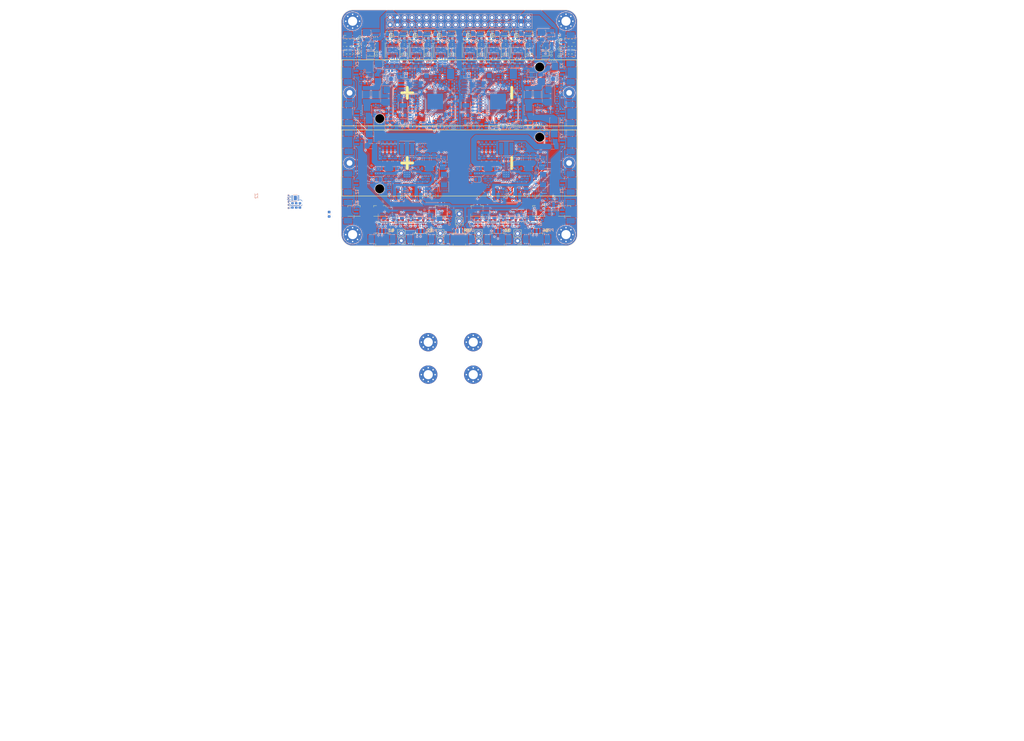
<source format=kicad_pcb>
(kicad_pcb (version 20210824) (generator pcbnew)

  (general
    (thickness 1)
  )

  (paper "A4")
  (title_block
    (title "BUTCube - EPS")
    (date "2021-08-20")
    (rev "v1.0")
    (company "VUT - FIT(STRaDe) & FME(IAE & IPE)")
    (comment 1 "Author: Petr Malaník")
  )

  (layers
    (0 "F.Cu" signal)
    (1 "In1.Cu" power)
    (2 "In2.Cu" mixed)
    (31 "B.Cu" signal)
    (32 "B.Adhes" user "B.Adhesive")
    (33 "F.Adhes" user "F.Adhesive")
    (34 "B.Paste" user)
    (35 "F.Paste" user)
    (36 "B.SilkS" user "B.Silkscreen")
    (37 "F.SilkS" user "F.Silkscreen")
    (38 "B.Mask" user)
    (39 "F.Mask" user)
    (40 "Dwgs.User" user "User.Drawings")
    (41 "Cmts.User" user "User.Comments")
    (42 "Eco1.User" user "User.Eco1")
    (43 "Eco2.User" user "User.Eco2")
    (44 "Edge.Cuts" user)
    (45 "Margin" user)
    (46 "B.CrtYd" user "B.Courtyard")
    (47 "F.CrtYd" user "F.Courtyard")
    (48 "B.Fab" user)
    (49 "F.Fab" user)
    (50 "User.1" user)
    (51 "User.2" user)
    (52 "User.3" user)
    (53 "User.4" user)
    (54 "User.5" user)
    (55 "User.6" user)
    (56 "User.7" user)
    (57 "User.8" user)
    (58 "User.9" user)
  )

  (setup
    (stackup
      (layer "F.SilkS" (type "Top Silk Screen"))
      (layer "F.Paste" (type "Top Solder Paste"))
      (layer "F.Mask" (type "Top Solder Mask") (color "Green") (thickness 0.01))
      (layer "F.Cu" (type "copper") (thickness 0.035))
      (layer "dielectric 1" (type "core") (thickness 0.28) (material "FR4") (epsilon_r 4.5) (loss_tangent 0.02))
      (layer "In1.Cu" (type "copper") (thickness 0.035))
      (layer "dielectric 2" (type "prepreg") (thickness 0.28) (material "FR4") (epsilon_r 4.5) (loss_tangent 0.02))
      (layer "In2.Cu" (type "copper") (thickness 0.035))
      (layer "dielectric 3" (type "core") (thickness 0.28) (material "FR4") (epsilon_r 4.5) (loss_tangent 0.02))
      (layer "B.Cu" (type "copper") (thickness 0.035))
      (layer "B.Mask" (type "Bottom Solder Mask") (color "Green") (thickness 0.01))
      (layer "B.Paste" (type "Bottom Solder Paste"))
      (layer "B.SilkS" (type "Bottom Silk Screen"))
      (copper_finish "Immersion gold")
      (dielectric_constraints no)
    )
    (pad_to_mask_clearance 0)
    (pcbplotparams
      (layerselection 0x00010fc_ffffffff)
      (disableapertmacros false)
      (usegerberextensions false)
      (usegerberattributes true)
      (usegerberadvancedattributes true)
      (creategerberjobfile true)
      (svguseinch false)
      (svgprecision 6)
      (excludeedgelayer true)
      (plotframeref false)
      (viasonmask false)
      (mode 1)
      (useauxorigin false)
      (hpglpennumber 1)
      (hpglpenspeed 20)
      (hpglpendiameter 15.000000)
      (dxfpolygonmode true)
      (dxfimperialunits true)
      (dxfusepcbnewfont true)
      (psnegative false)
      (psa4output false)
      (plotreference true)
      (plotvalue true)
      (plotinvisibletext false)
      (sketchpadsonfab false)
      (subtractmaskfromsilk false)
      (outputformat 1)
      (mirror false)
      (drillshape 1)
      (scaleselection 1)
      (outputdirectory "")
    )
  )

  (net 0 "")
  (net 1 "Net-(C1-Pad1)")
  (net 2 "VBUS")
  (net 3 "/Unit #1/MCU/MCU_POWER")
  (net 4 "/Unit #1/Battery charger/SOLAR_IN")
  (net 5 "/USB power/USB_POWER")
  (net 6 "Net-(C6-Pad1)")
  (net 7 "Net-(C6-Pad2)")
  (net 8 "Net-(C7-Pad1)")
  (net 9 "GND")
  (net 10 "Net-(C7-Pad2)")
  (net 11 "Net-(C8-Pad1)")
  (net 12 "/Unit #1/Battery charger/PMID")
  (net 13 "/Unit #1/Battery charger/SYS")
  (net 14 "/Unit #1/Battery charger/REGN")
  (net 15 "/Unit #1/Activation control/PWR_OUT")
  (net 16 "Net-(C29-Pad1)")
  (net 17 "/Unit #1/MCU/OUT_CUR")
  (net 18 "Net-(C32-Pad1)")
  (net 19 "/Unit #1/MCU/VREF")
  (net 20 "Net-(C47-Pad1)")
  (net 21 "/Unit #2/MCU/MCU_POWER")
  (net 22 "/Unit #2/Battery charger/SOLAR_IN")
  (net 23 "Net-(C52-Pad1)")
  (net 24 "Net-(C52-Pad2)")
  (net 25 "Net-(C53-Pad1)")
  (net 26 "Net-(C53-Pad2)")
  (net 27 "Net-(C54-Pad1)")
  (net 28 "/Unit #2/Battery charger/PMID")
  (net 29 "/Unit #2/Battery charger/SYS")
  (net 30 "/Unit #2/Battery charger/REGN")
  (net 31 "/Unit #2/Activation control/PWR_OUT")
  (net 32 "Net-(C75-Pad1)")
  (net 33 "/Unit #2/MCU/OUT_CUR")
  (net 34 "Net-(C78-Pad1)")
  (net 35 "/Unit #2/MCU/VREF")
  (net 36 "Net-(C93-Pad1)")
  (net 37 "Net-(C94-Pad1)")
  (net 38 "/Unit #1/Output control/PWR_OUT")
  (net 39 "Net-(C96-Pad1)")
  (net 40 "Net-(C97-Pad1)")
  (net 41 "/Unit #2/Output control/PWR_OUT")
  (net 42 "Net-(C101-Pad1)")
  (net 43 "Net-(C102-Pad1)")
  (net 44 "Net-(C106-Pad1)")
  (net 45 "Net-(C107-Pad1)")
  (net 46 "Net-(C111-Pad1)")
  (net 47 "Net-(C112-Pad1)")
  (net 48 "Net-(C116-Pad1)")
  (net 49 "Net-(C117-Pad1)")
  (net 50 "Net-(C121-Pad1)")
  (net 51 "Net-(C122-Pad1)")
  (net 52 "/Unit #1/ADC/VBAT_CUR")
  (net 53 "/Unit #2/ADC/VBAT_CUR")
  (net 54 "Net-(C129-Pad1)")
  (net 55 "Net-(C130-Pad1)")
  (net 56 "Net-(C131-Pad1)")
  (net 57 "Net-(C132-Pad1)")
  (net 58 "Net-(C133-Pad1)")
  (net 59 "/Unit #2/Activation control/Activation logic/PWR_IN")
  (net 60 "Net-(C138-Pad1)")
  (net 61 "Net-(C139-Pad1)")
  (net 62 "Net-(C140-Pad1)")
  (net 63 "Net-(C141-Pad1)")
  (net 64 "Net-(C142-Pad1)")
  (net 65 "/Unit #1/Activation control/Activation logic/PWR_IN")
  (net 66 "Net-(D2-Pad2)")
  (net 67 "/Stack connector/CAN_L")
  (net 68 "/Stack connector/CAN_H")
  (net 69 "/Unit #1/ADC/1V8_CUR")
  (net 70 "/Unit #2/ADC/1V8_CUR")
  (net 71 "/Unit #1/ADC/3V3_CUR")
  (net 72 "/Unit #2/ADC/3V3_CUR")
  (net 73 "/Unit #1/ADC/5V_CUR")
  (net 74 "/Unit #2/ADC/5V_CUR")
  (net 75 "/Unit #1/Activation control/PWR_IN")
  (net 76 "/Unit #1/MCU/POWER")
  (net 77 "Net-(F3-Pad2)")
  (net 78 "/Unit #2/Activation control/PWR_IN")
  (net 79 "/Unit #2/MCU/POWER")
  (net 80 "Net-(F6-Pad2)")
  (net 81 "Net-(F7-Pad1)")
  (net 82 "/Unit #1/1V8")
  (net 83 "Net-(F8-Pad1)")
  (net 84 "/Unit #2/1V8")
  (net 85 "Net-(F9-Pad1)")
  (net 86 "/Unit #1/3V3")
  (net 87 "Net-(F10-Pad1)")
  (net 88 "/Unit #2/3V3")
  (net 89 "Net-(F11-Pad1)")
  (net 90 "/Unit #1/5V")
  (net 91 "Net-(F12-Pad1)")
  (net 92 "/Unit #2/5V")
  (net 93 "Net-(F13-Pad1)")
  (net 94 "/Unit #1/VBAT")
  (net 95 "Net-(F14-Pad1)")
  (net 96 "/Unit #2/VBAT")
  (net 97 "Net-(J7-Pad1)")
  (net 98 "/Unit #1/MCU/DBG_TX")
  (net 99 "/Unit #1/MCU/DBG_RX")
  (net 100 "/Unit #1/MCU/SWCLK")
  (net 101 "/Unit #1/MCU/SWDIO")
  (net 102 "/Unit #1/Battery temperature control/NTC_OUT")
  (net 103 "Net-(J11-Pad1)")
  (net 104 "/Stack connector/EPS#1_CHARGE")
  (net 105 "/Stack connector/RS_485_~{B}")
  (net 106 "/Stack connector/RS_485_A")
  (net 107 "/Stack connector/EPS#2_CHARGE")
  (net 108 "Net-(J19-Pad1)")
  (net 109 "/Unit #2/MCU/DBG_TX")
  (net 110 "/Unit #2/MCU/DBG_RX")
  (net 111 "/Unit #2/MCU/SWCLK")
  (net 112 "/Unit #2/MCU/SWDIO")
  (net 113 "/Unit #2/Battery temperature control/NTC_OUT")
  (net 114 "Net-(J23-Pad1)")
  (net 115 "/Activation switches/RBF_PIN")
  (net 116 "/Activation switches/SW_#1")
  (net 117 "/Activation switches/SW_#2")
  (net 118 "/Activation switches/SW_#3")
  (net 119 "/Activation switches/SW_#4")
  (net 120 "Net-(JP1-Pad2)")
  (net 121 "Net-(JP2-Pad1)")
  (net 122 "/Unit #1/MCU/NRST")
  (net 123 "Net-(JP3-Pad1)")
  (net 124 "Net-(JP3-Pad2)")
  (net 125 "Net-(JP4-Pad2)")
  (net 126 "Net-(JP5-Pad1)")
  (net 127 "/Unit #2/MCU/NRST")
  (net 128 "Net-(JP6-Pad1)")
  (net 129 "Net-(JP6-Pad2)")
  (net 130 "Net-(L3-Pad1)")
  (net 131 "Net-(L3-Pad2)")
  (net 132 "Net-(L4-Pad1)")
  (net 133 "Net-(L4-Pad2)")
  (net 134 "Net-(L5-Pad1)")
  (net 135 "Net-(L5-Pad2)")
  (net 136 "Net-(L6-Pad1)")
  (net 137 "Net-(L6-Pad2)")
  (net 138 "Net-(L7-Pad1)")
  (net 139 "Net-(L7-Pad2)")
  (net 140 "Net-(L8-Pad1)")
  (net 141 "Net-(L8-Pad2)")
  (net 142 "Net-(Q1-PadG1)")
  (net 143 "Net-(Q1-PadS1)")
  (net 144 "Net-(Q2-PadG1)")
  (net 145 "Net-(Q2-PadS1)")
  (net 146 "/Unit #1/Activation control/Activation logic/SEP_EN")
  (net 147 "Net-(Q3-Pad5)")
  (net 148 "/Unit #1/Activation control/Activation logic/RBF_EN")
  (net 149 "Net-(Q5-Pad1)")
  (net 150 "Net-(Q5-Pad3)")
  (net 151 "Net-(Q7-Pad1)")
  (net 152 "Net-(Q7-Pad4)")
  (net 153 "Net-(Q7-Pad5)")
  (net 154 "Net-(Q9-PadG1)")
  (net 155 "Net-(Q9-PadS1)")
  (net 156 "Net-(Q10-PadG1)")
  (net 157 "Net-(Q10-PadS1)")
  (net 158 "/Unit #2/Activation control/Activation logic/SEP_EN")
  (net 159 "Net-(Q11-Pad5)")
  (net 160 "/Unit #2/Activation control/Activation logic/RBF_EN")
  (net 161 "Net-(Q13-Pad1)")
  (net 162 "Net-(Q13-Pad3)")
  (net 163 "Net-(Q15-Pad1)")
  (net 164 "Net-(Q15-Pad4)")
  (net 165 "Net-(Q15-Pad5)")
  (net 166 "Net-(Q17-Pad4)")
  (net 167 "Net-(Q17-Pad5)")
  (net 168 "Net-(Q18-Pad1)")
  (net 169 "Net-(Q18-Pad4)")
  (net 170 "Net-(Q19-Pad4)")
  (net 171 "Net-(Q19-Pad5)")
  (net 172 "Net-(Q20-Pad1)")
  (net 173 "Net-(Q20-Pad4)")
  (net 174 "/Unit #1/Power supplies/Power_supply_1V8/PER_POWER")
  (net 175 "/Unit #1/MCU/1V8_EN")
  (net 176 "/Unit #2/Power supplies/Power_supply_1V8/PER_POWER")
  (net 177 "/Unit #2/MCU/1V8_EN")
  (net 178 "/Unit #1/MCU/3V3_EN")
  (net 179 "/Unit #2/MCU/3V3_EN")
  (net 180 "/Unit #1/Power supplies/Power_supply_5V/PER_POWER")
  (net 181 "/Unit #1/MCU/5V_EN")
  (net 182 "/Unit #2/Power supplies/Power_supply_5V/PER_POWER")
  (net 183 "/Unit #2/MCU/5V_EN")
  (net 184 "Net-(Q27-Pad1)")
  (net 185 "/Unit #1/MCU/VBAT_EN")
  (net 186 "Net-(Q28-Pad1)")
  (net 187 "/Unit #2/MCU/VBAT_EN")
  (net 188 "/Unit #1/Battery charger/D+")
  (net 189 "/Unit #1/Battery charger/D-")
  (net 190 "Net-(R5-Pad2)")
  (net 191 "Net-(R6-Pad2)")
  (net 192 "Net-(R7-Pad1)")
  (net 193 "Net-(R8-Pad2)")
  (net 194 "Net-(D1-Pad2)")
  (net 195 "Net-(R11-Pad1)")
  (net 196 "Net-(R16-Pad2)")
  (net 197 "Net-(R17-Pad2)")
  (net 198 "Net-(R18-Pad2)")
  (net 199 "Net-(R21-Pad2)")
  (net 200 "Net-(R22-Pad1)")
  (net 201 "Net-(R24-Pad2)")
  (net 202 "/Unit #1/MCU/VBAT")
  (net 203 "/Unit #1/MCU/VDDUSB")
  (net 204 "Net-(R30-Pad1)")
  (net 205 "/Unit #1/MCU/CAN_RS")
  (net 206 "/Unit #1/MCU/RS_485_R_EN")
  (net 207 "/Unit #1/MCU/RS_485_T_EN")
  (net 208 "/Unit #1/Battery temperature control/EN")
  (net 209 "/Unit #1/Battery temperature control/NTC_REF")
  (net 210 "/Unit #2/Battery charger/D+")
  (net 211 "/Unit #2/Battery charger/D-")
  (net 212 "Net-(R47-Pad2)")
  (net 213 "Net-(R57-Pad2)")
  (net 214 "/Unit #2/MCU/VBAT")
  (net 215 "/Unit #2/MCU/VDDUSB")
  (net 216 "/Unit #2/MCU/CAN_RS")
  (net 217 "/Unit #2/MCU/RS_485_R_EN")
  (net 218 "/Unit #2/MCU/RS_485_T_EN")
  (net 219 "/Unit #2/Battery temperature control/EN")
  (net 220 "/Unit #2/Battery temperature control/NTC_REF")
  (net 221 "Net-(R82-Pad1)")
  (net 222 "Net-(R91-Pad2)")
  (net 223 "Net-(R98-Pad2)")
  (net 224 "Net-(R105-Pad2)")
  (net 225 "Net-(R112-Pad2)")
  (net 226 "Net-(R119-Pad2)")
  (net 227 "/Unit #1/Battery temperature control/~{FAULT}")
  (net 228 "/Unit #2/Battery temperature control/~{FAULT}")
  (net 229 "Net-(TP61-Pad1)")
  (net 230 "Net-(TP62-Pad1)")
  (net 231 "Net-(TP63-Pad1)")
  (net 232 "Net-(TP64-Pad1)")
  (net 233 "Net-(TP67-Pad1)")
  (net 234 "Net-(TP69-Pad1)")
  (net 235 "Net-(TP70-Pad1)")
  (net 236 "Net-(TP71-Pad1)")
  (net 237 "Net-(TP72-Pad1)")
  (net 238 "Net-(TP75-Pad1)")
  (net 239 "/Unit #1/ADC/~{CS}")
  (net 240 "/Unit #1/MCU/SPI_MISO")
  (net 241 "/Unit #1/MCU/SPI_SCK")
  (net 242 "/Unit #1/MCU/SPI_MOSI")
  (net 243 "Net-(D1-Pad1)")
  (net 244 "/Unit #1/Battery charger/SCL")
  (net 245 "/Unit #1/Battery charger/SDA")
  (net 246 "/Unit #1/Battery charger/~{INT}")
  (net 247 "/Unit #1/MCU/WDG_RESET")
  (net 248 "/Unit #1/MCU/FRAM_CS")
  (net 249 "/Unit #1/MCU/LSE")
  (net 250 "/Unit #1/MCU/HSE")
  (net 251 "/Unit #1/Battery charger/BAT_ALERT")
  (net 252 "/Unit #1/MCU/RS_485_R")
  (net 253 "/Unit #1/MCU/RS_485_T")
  (net 254 "/Unit #1/MCU/CAN_RX")
  (net 255 "/Unit #1/MCU/CAN_TX")
  (net 256 "/Unit #2/ADC/~{CS}")
  (net 257 "/Unit #2/MCU/SPI_MISO")
  (net 258 "/Unit #2/MCU/SPI_SCK")
  (net 259 "/Unit #2/MCU/SPI_MOSI")
  (net 260 "Net-(D5-Pad1)")
  (net 261 "/Unit #2/Battery charger/SCL")
  (net 262 "/Unit #2/Battery charger/SDA")
  (net 263 "/Unit #2/Battery charger/~{INT}")
  (net 264 "/Unit #2/MCU/WDG_RESET")
  (net 265 "/Unit #2/MCU/FRAM_CS")
  (net 266 "/Unit #2/MCU/LSE")
  (net 267 "/Unit #2/MCU/HSE")
  (net 268 "/Unit #2/Battery charger/BAT_ALERT")
  (net 269 "/Unit #2/MCU/RS_485_R")
  (net 270 "/Unit #2/MCU/RS_485_T")
  (net 271 "/Unit #2/MCU/CAN_RX")
  (net 272 "/Unit #2/MCU/CAN_TX")
  (net 273 "Net-(U52-Pad6)")
  (net 274 "Net-(U53-Pad8)")
  (net 275 "Net-(U54-Pad12)")
  (net 276 "Net-(U48-Pad6)")
  (net 277 "Net-(U48-Pad8)")
  (net 278 "Net-(U48-Pad12)")
  (net 279 "Net-(U49-Pad10)")
  (net 280 "Net-(U49-Pad8)")
  (net 281 "Net-(U49-Pad12)")
  (net 282 "Net-(U50-Pad12)")
  (net 283 "Net-(U52-Pad8)")
  (net 284 "Net-(U52-Pad12)")
  (net 285 "Net-(U53-Pad10)")
  (net 286 "Net-(U53-Pad12)")
  (net 287 "Net-(D4-Pad1)")
  (net 288 "Net-(D7-Pad1)")
  (net 289 "Net-(D7-Pad2)")
  (net 290 "Net-(D8-Pad2)")
  (net 291 "Net-(D10-Pad1)")
  (net 292 "Net-(D11-Pad1)")
  (net 293 "/Unit #1/MCU/LED1")
  (net 294 "/Unit #1/MCU/LED2")
  (net 295 "Net-(R41-Pad1)")
  (net 296 "Net-(R46-Pad2)")
  (net 297 "Net-(R48-Pad1)")
  (net 298 "Net-(R49-Pad2)")
  (net 299 "Net-(R52-Pad1)")
  (net 300 "Net-(R58-Pad2)")
  (net 301 "Net-(R59-Pad2)")
  (net 302 "Net-(R62-Pad2)")
  (net 303 "Net-(R63-Pad1)")
  (net 304 "Net-(R65-Pad2)")
  (net 305 "Net-(R71-Pad1)")
  (net 306 "/Unit #2/MCU/LED1")
  (net 307 "/Unit #2/MCU/LED2")
  (net 308 "Net-(R84-Pad1)")
  (net 309 "Net-(R86-Pad1)")
  (net 310 "Net-(R88-Pad2)")
  (net 311 "Net-(R89-Pad1)")
  (net 312 "Net-(R95-Pad2)")
  (net 313 "Net-(R96-Pad1)")
  (net 314 "Net-(R102-Pad2)")
  (net 315 "Net-(R103-Pad1)")
  (net 316 "Net-(R109-Pad2)")
  (net 317 "Net-(R110-Pad1)")
  (net 318 "Net-(R116-Pad2)")
  (net 319 "Net-(R117-Pad1)")
  (net 320 "Net-(R123-Pad2)")
  (net 321 "Net-(R124-Pad1)")
  (net 322 "Net-(R126-Pad2)")
  (net 323 "Net-(R132-Pad2)")
  (net 324 "Net-(R137-Pad2)")
  (net 325 "/Unit #1/Battery charger/BAT+")
  (net 326 "/Unit #2/Battery charger/BAT+")
  (net 327 "/Unit #1/ADC/VBAT_DIV")
  (net 328 "/Unit #1/ADC/3V3_DIV")
  (net 329 "/Unit #1/ADC/5V_DIV")
  (net 330 "/Unit #2/ADC/VBAT_DIV")
  (net 331 "/Unit #2/ADC/3V3_DIV")
  (net 332 "/Unit #2/ADC/5V_DIV")
  (net 333 "unconnected-(J12-Pad11)")
  (net 334 "unconnected-(J12-Pad12)")
  (net 335 "unconnected-(J12-Pad13)")
  (net 336 "unconnected-(J12-Pad14)")
  (net 337 "unconnected-(J12-Pad15)")
  (net 338 "unconnected-(J12-Pad16)")
  (net 339 "unconnected-(J12-Pad17)")
  (net 340 "unconnected-(J12-Pad18)")
  (net 341 "unconnected-(J12-Pad23)")
  (net 342 "unconnected-(J12-Pad24)")
  (net 343 "unconnected-(J12-Pad25)")
  (net 344 "unconnected-(J12-Pad26)")
  (net 345 "unconnected-(J12-Pad27)")
  (net 346 "unconnected-(J12-Pad28)")
  (net 347 "unconnected-(J12-Pad29)")
  (net 348 "unconnected-(J12-Pad30)")
  (net 349 "/Unit #1/ADC/CONV_EN")
  (net 350 "Net-(Q29-Pad3)")
  (net 351 "Net-(Q30-Pad3)")
  (net 352 "Net-(Q31-Pad3)")
  (net 353 "/Unit #2/ADC/CONV_EN")
  (net 354 "Net-(Q32-Pad3)")
  (net 355 "Net-(Q33-Pad3)")
  (net 356 "Net-(Q34-Pad3)")
  (net 357 "unconnected-(U6-Pad3)")
  (net 358 "unconnected-(U8-Pad3)")
  (net 359 "unconnected-(U9-Pad4)")
  (net 360 "unconnected-(U9-Pad10)")
  (net 361 "unconnected-(U10-Pad3)")
  (net 362 "unconnected-(U12-Pad7)")
  (net 363 "unconnected-(U19-Pad3)")
  (net 364 "unconnected-(U21-Pad3)")
  (net 365 "unconnected-(U22-Pad4)")
  (net 366 "unconnected-(U22-Pad10)")
  (net 367 "unconnected-(U23-Pad3)")
  (net 368 "unconnected-(U25-Pad7)")
  (net 369 "unconnected-(U27-Pad1)")
  (net 370 "unconnected-(U30-Pad1)")
  (net 371 "unconnected-(U50-Pad8)")
  (net 372 "unconnected-(U54-Pad8)")
  (net 373 "unconnected-(X1-Pad1)")
  (net 374 "unconnected-(X3-Pad1)")

  (footprint "Diode_SMD:D_SOD-323F" (layer "F.Cu") (at 95.1 59.325 180))

  (footprint "TCY_passives:R_0603_1608Metric" (layer "F.Cu") (at 163.8 54.2 90))

  (footprint "TCY_passives:R_0603_1608Metric" (layer "F.Cu") (at 93.1 53.725 90))

  (footprint "TCY_passives:D_0603_1608Metric" (layer "F.Cu") (at 86.3 56.8 -90))

  (footprint "MountingHole:MountingHole_3.2mm_M3_Pad_Via" (layer "F.Cu") (at 89 122.5))

  (footprint "TCY_passives:R_0603_1608Metric" (layer "F.Cu") (at 107.05 58.2))

  (footprint "TCY_connectors:TestPoint_Pad_D0.5mm" (layer "F.Cu") (at 158.4 59.9))

  (footprint "TCY_connectors:Amphenol_10114830-11102LF_1x02_P1.25mm_Horizontal" (layer "F.Cu") (at 99.25 122))

  (footprint "TCY_passives:R_0603_1608Metric" (layer "F.Cu") (at 113.7 118.2 -90))

  (footprint "TCY_passives:R_0603_1608Metric" (layer "F.Cu") (at 151.187255 118.138244 -90))

  (footprint "TCY_passives:R_0603_1608Metric" (layer "F.Cu") (at 162.6 54.2 -90))

  (footprint "TCY_IC:DFN-3_1.2x1.2mm" (layer "F.Cu") (at 161 53.7))

  (footprint "Connector_PinHeader_2.54mm:PinHeader_1x02_P2.54mm_Vertical" (layer "F.Cu") (at 146.6 124.675 180))

  (footprint "TCY_passives:R_0603_1608Metric" (layer "F.Cu") (at 115.45 55.4))

  (footprint "TCY_passives:R_0603_1608Metric" (layer "F.Cu") (at 150.8 54 180))

  (footprint "TCY_passives:R_0603_1608Metric" (layer "F.Cu") (at 89.9 54.2 90))

  (footprint "TCY_passives:R_0603_1608Metric" (layer "F.Cu") (at 131.987255 118.138244 90))

  (footprint "TCY_passives:D_0603_1608Metric" (layer "F.Cu") (at 86.3 54.2 -90))

  (footprint "TCY_passives:C_0603_1608Metric" (layer "F.Cu") (at 165 54.2 90))

  (footprint "TCY_passives:R_0603_1608Metric" (layer "F.Cu") (at 88.7 54.2 -90))

  (footprint "TCY_connectors:TestPoint_Pad_D0.5mm" (layer "F.Cu") (at 114.675 59.5))

  (footprint "TCY_passives:R_0603_1608Metric" (layer "F.Cu") (at 89.9 56.8 90))

  (footprint "TCY_connectors:TestPoint_Pad_D0.5mm" (layer "F.Cu") (at 107.825 59.5))

  (footprint "TCY_connectors:TestPoint_Pad_D0.5mm" (layer "F.Cu") (at 124.625 59.5))

  (footprint "TCY_IC:DFN-3_1.2x1.2mm" (layer "F.Cu") (at 91.5 54.7 180))

  (footprint "Diode_SMD:D_SOD-323F" (layer "F.Cu") (at 106.7 52.25 180))

  (footprint "TCY_passives:C_0603_1608Metric" (layer "F.Cu") (at 138.787255 118.138244 -90))

  (footprint "TCY_passives:R_0603_1608Metric" (layer "F.Cu") (at 120.5 118.2 90))

  (footprint "Diode_SMD:D_SOD-323F" (layer "F.Cu") (at 133.65 52.25 180))

  (footprint "Package_DFN_QFN:UQFN-10_1.4x1.8mm_P0.4mm" (layer "F.Cu") (at 157.2 56.6))

  (footprint "TCY_connectors:TestPoint_Pad_D0.5mm" (layer "F.Cu") (at 105.35 54.7))

  (footprint "TCY_passives:C_0603_1608Metric" (layer "F.Cu") (at 93.6 56.625 90))

  (footprint "TCY_passives:C_0603_1608Metric" (layer "F.Cu") (at 115.45 60.7))

  (footprint "TCY_connectors:TestPoint_Pad_D0.5mm" (layer "F.Cu") (at 143.175 59.5))

  (footprint "TCY_connectors:Amphenol_10114830-11102LF_1x02_P1.25mm_Horizontal" (layer "F.Cu") (at 126.25 122.02))

  (footprint "TCY_passives:R_0603_1608Metric" (layer "F.Cu") (at 123.85 54 180))

  (footprint "TCY_passives:RV_3x3.6" (layer "F.Cu") (at 102.6 53 90))

  (footprint "TCY_passives:R_0603_1608Metric" (layer "F.Cu") (at 137.187255 118.138244 90))

  (footprint "TCY_passives:R_0603_1608Metric" (layer "F.Cu") (at 115.3 118.2 90))

  (footprint "TCY_passives:R_0603_1608Metric" (layer "F.Cu") (at 147.587255 118.138244 90))

  (footprint "TCY_connectors:TestPoint_Pad_D0.5mm" (layer "F.Cu") (at 158.4 58.7))

  (footprint "TCY_IC:DFN-3_1.2x1.2mm" (layer "F.Cu") (at 161 58.9))

  (footprint "TCY_passives:C_0603_1608Metric" (layer "F.Cu") (at 154.387255 118.138244 -90))

  (footprint "TCY_passives:C_0603_1608Metric" (layer "F.Cu") (at 106.5 118.2 -90))

  (footprint "Diode_SMD:D_SOD-323F" (layer "F.Cu") (at 123.5 52.25 180))

  (footprint "TCY_passives:R_0603_1608Metric" (layer "F.Cu") (at 94.5 53.725 90))

  (footprint "TCY_connectors:TestPoint_Pad_D0.5mm" (layer "F.Cu") (at 140.7 54.7))

  (footprint "TCY_connectors:TestPoint_Pad_D0.5mm" (layer "F.Cu") (at 150.025 59.5))

  (footprint "TCY_passives:R_0603_1608Metric" (layer "F.Cu") (at 145.987255 118.138244 -90))

  (footprint "TCY_passives:R_0603_1608Metric" (layer "F.Cu") (at 150.8 56.8 180))

  (footprint "TCY_passives:R_0603_1608Metric" (layer "F.Cu") (at 89.9 59.4 90))

  (footprint "Inductor_SMD:L_Taiyo-Yuden_MD-5050" (layer "F.Cu") (at 129.9 58.1 -90))

  (footprint "TCY_passives:C_0603_1608Metric" (layer "F.Cu") (at 156.9 53.675 90))

  (footprint "TCY_connectors:TestPoint_Pad_D0.5mm" (layer "F.Cu") (at 97.4 59.925))

  (footprint "TCY_connectors:TestPoint_Pad_D0.5mm" (layer "F.Cu") (at 132.3 54.7))

  (footprint "MountingHole:MountingHole_3.2mm_M3_Pad_Via" (layer "F.Cu") (at 131.12 160.06))

  (footprint "Inductor_SMD:L_Taiyo-Yuden_MD-5050" (layer "F.Cu") (at 119.75 58.1 -90))

  (footprint "TCY_passives:R_0603_1608Metric" (layer "F.Cu") (at 155.5 53.7 90))

  (footprint "TCY_passives:R_0603_1608Metric" (layer "F.Cu") (at 150.8 58.2))

  (footprint "Connector_PinHeader_2.54mm:PinHeader_1x02_P2.54mm_Vertical" (layer "F.Cu") (at 106 124.6 180))

  (footprint "TCY_passives:R_0603_1608Metric" (layer "F.Cu") (at 107.05 54 180))

  (footprint "TCY_passives:C_0603_1608Metric" (layer "F.Cu") (at 165 59.4 90))

  (footprint "MountingHole:MountingHole_3.2mm_M3_Pad_Via" (layer "F.Cu") (at 131.12 171.4))

  (footprint "TCY_passives:R_0603_1608Metric" (layer "F.Cu") (at 150.8 55.4))

  (footprint "TCY_passives:C_0603_1608Metric" (layer "F.Cu")
    (tedit 612761EB) (tstamp 6de1803c-e001-4c3f-8af1-994b12330671)
    (at 116.9 118.2 -90)
    (descr "Capacitor SMD 0603 (1608 Metric), square (rectangular) end terminal, IPC_7351 nominal, (Body size source: IPC-SM-782 page 76, https://www.pcb-3d.com/wordpress/wp-content/uploads/ipc-sm-782a_amendment_1_and_2.pdf), generated with kicad-footprint-generator")
    (tags "capacitor")
    (property "Sheetfile" "Activation_logic.kicad_sch")
    (property "Sheetname" "Activation logic")
    (path "/3fbfe5f5-450c-4c51-813c-f3d5ddddd4e3/855c8417-ab94-4328-91c9-4e7cdd76a6fe/3e102a28-d5a4-4d2c-b73e-7fe3de18252f/f444c82e-bfd4-43c4-ad99-599ee10a62d3")
    (attr smd)
    (fp_text reference "C142" (at 0 -1.43 -90) (layer "F.SilkS") hide
      (effects (font (size 1 1) (thickness 0.15)))
      (tstamp 28c671c8-9321-4752-b33e-509ab608bb29)
    )
    (fp_text value "100nF" (at 0 1.43 -90) (layer "F.Fab")
      (effects (font (size 1 1) (thickness 0.15)))
      (tstamp f26243ce-ed8d-4e1d-bb68-6711d1c548ca)
    )
    (fp_text user "${REFERENCE}" (at 0 0 -90) (layer "F.Fab") hide
      (effects (font (size 0.4 0.4) (thickness 0.06)))
      (tstamp 0c90640f-70b0-4a4e-8904-2c219c398027)
    )
    (fp_line (start -0.14058 0.45) (end 0.14058 0.45) (layer "F.SilkS") (width 0.12) (tstamp 526ea572-701d-4b43-9866-ade3b3639b27))
    (fp_line (start -0.14058 -0.45) (end 0.14058 -0.45) (layer "F.SilkS") (width 0.12) (tstamp 69d80e71-8a2c-4530-8d6d-dfe21d47e6c6))
    (fp_line (start 1.25 0.6) (end -1.25 0.6) (layer "F.CrtYd") (width 0.05) (tstamp 03c988f0-fa63-486c-a06a-98bba0c6227b))
    (fp_line (start -1.25 -0.6) (end 1.25 -0.6) (layer "F.CrtYd") (width 0.05) (tstamp 4af2a973-ac35-4841-b4f3-7c203eefb93d))
    (fp_line (start 1.25 -0.6) (end 1.25 0.6) (layer "F.CrtYd") (width 0.05) (tstamp 75e3f2f9-d473-4a0b-a6ee-414745589bd5))
    (fp_line (start -1.25 0.6) (end -1.25 -0.6) (layer "F.CrtYd") (width 0.05) (tstamp 9ca673bf-a584-4f2c-85f1-db71e467dc95))
    (fp_line (start -0.8 -0.4) (end 0.8 -0.4) (layer "F.Fab") (width 0.1) (tstamp 178e7c79-1a3a-49a9-a9c9-7a29f49d71b6))
    (fp_line (start 0.8 -0.4) (end 0.8 0.4) (layer "F.Fab") (width 0.1) (tst
... [8580888 chars truncated]
</source>
